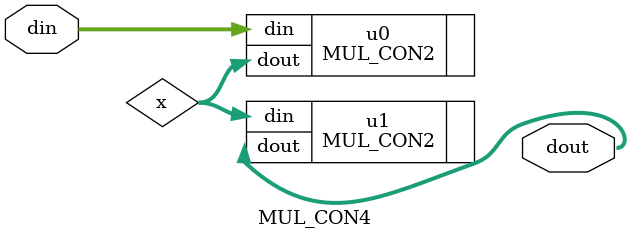
<source format=v>
module MUL_CON4(
input     [7:0]     din,  //data in, 8 bits
output    [7:0]     dout  //data out, 8 bits
);

wire [7:0] x;//x=2*din

MUL_CON2 u0(
    .din(din),
    .dout(x)
);

MUL_CON2 u1(
    .din(x),
    .dout(dout)
);
endmodule
</source>
